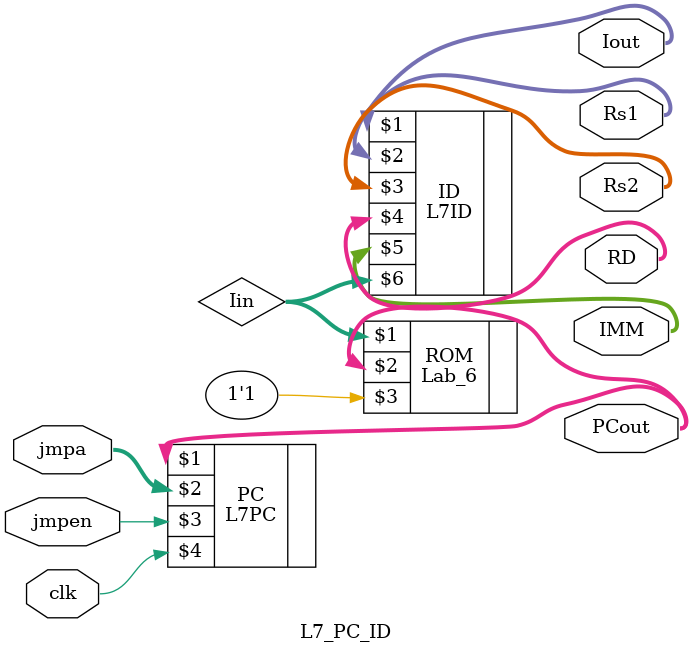
<source format=v>
module L7_PC_ID(Iout, Rs1,Rs2,RD,IMM,PCout,clk,jmpa,jmpen);

input clk;

output [31:0] Iout;
output [4:0] Rs1,Rs2,RD;
output [19:0] IMM;
output [6:0]PCout;

wire [31:0] Iin;

input[6:0] jmpa;
input jmpen;


L7PC PC (PCout, jmpa, jmpen, clk);

//rom from lab 6 output is instructions, address is program counter
Lab_6 ROM (Iin, PCout, 1'b1);


L7ID ID (Iout, Rs1,Rs2,RD,IMM, Iin);


endmodule

</source>
